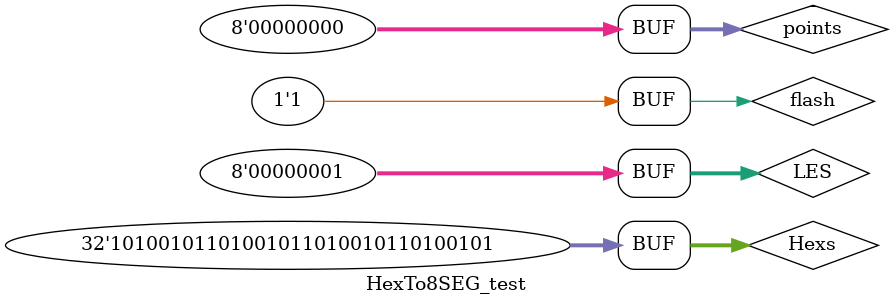
<source format=v>
`timescale 1ns / 1ps


module HexTo8SEG_test;

	// Inputs
	reg flash;
	reg [31:0] Hexs;
	reg [7:0] points;
	reg [7:0] LES;

	// Outputs
	wire [63:0] SEG_TXT;

	// Instantiate the Unit Under Test (UUT)
	HexTo8SEG uut (
		.flash(flash), 
		.Hexs(Hexs), 
		.points(points), 
		.LES(LES), 
		.SEG_TXT(SEG_TXT)
	);

	initial begin
		// Initialize Inputs
		flash = 0;
		Hexs = 0;
		points = 0;
		LES = 0;

		// Wait 100 ns for global reset to finish
		#100;
        
		// Add stimulus here
		flash = 1;
		LES = 1;
		Hexs = 32'h12345678;
		#100;
		Hexs = 32'hA5A5A5A5;
	end
      
endmodule


</source>
